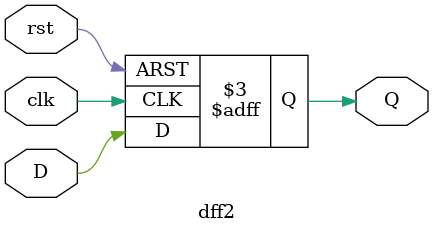
<source format=v>
`timescale 1ns / 1ps


module dff2(
    input D,
    input clk,
    input rst,
    output reg Q
    );
   
  always @(posedge clk, negedge rst) 
    begin
    if(rst==0)
        Q<=0;
    else 
        Q<=D; 
    end 
endmodule

</source>
